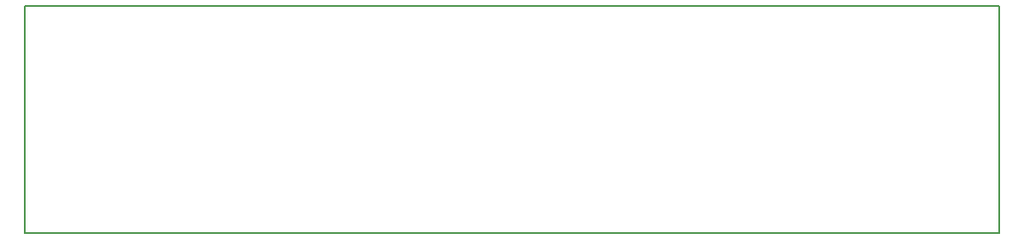
<source format=gbr>
G04 EasyPC Gerber Version 21.0.3 Build 4286 *
%FSLAX35Y35*%
%MOIN*%
%ADD19C,0.00500*%
X0Y0D02*
D02*
D19*
X1319Y7455D02*
X381240D01*
Y96037*
X1319*
Y7455*
X0Y0D02*
M02*

</source>
